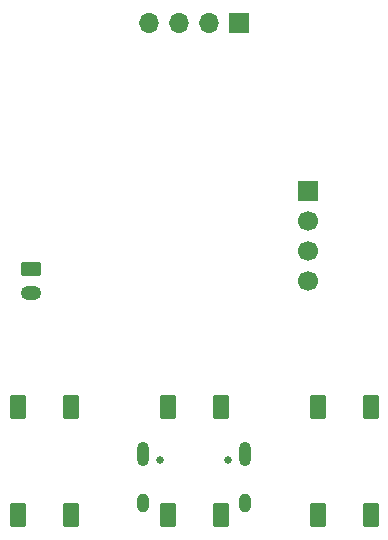
<source format=gbr>
%TF.GenerationSoftware,KiCad,Pcbnew,9.0.3*%
%TF.CreationDate,2025-07-16T11:43:19+02:00*%
%TF.ProjectId,ElbAltm1,456c6241-6c74-46d3-912e-6b696361645f,1.0*%
%TF.SameCoordinates,Original*%
%TF.FileFunction,Soldermask,Bot*%
%TF.FilePolarity,Negative*%
%FSLAX46Y46*%
G04 Gerber Fmt 4.6, Leading zero omitted, Abs format (unit mm)*
G04 Created by KiCad (PCBNEW 9.0.3) date 2025-07-16 11:43:19*
%MOMM*%
%LPD*%
G01*
G04 APERTURE LIST*
G04 Aperture macros list*
%AMRoundRect*
0 Rectangle with rounded corners*
0 $1 Rounding radius*
0 $2 $3 $4 $5 $6 $7 $8 $9 X,Y pos of 4 corners*
0 Add a 4 corners polygon primitive as box body*
4,1,4,$2,$3,$4,$5,$6,$7,$8,$9,$2,$3,0*
0 Add four circle primitives for the rounded corners*
1,1,$1+$1,$2,$3*
1,1,$1+$1,$4,$5*
1,1,$1+$1,$6,$7*
1,1,$1+$1,$8,$9*
0 Add four rect primitives between the rounded corners*
20,1,$1+$1,$2,$3,$4,$5,0*
20,1,$1+$1,$4,$5,$6,$7,0*
20,1,$1+$1,$6,$7,$8,$9,0*
20,1,$1+$1,$8,$9,$2,$3,0*%
G04 Aperture macros list end*
%ADD10R,1.700000X1.700000*%
%ADD11C,1.700000*%
%ADD12C,0.650000*%
%ADD13O,1.000000X2.100000*%
%ADD14O,1.000000X1.600000*%
%ADD15RoundRect,0.250000X-0.625000X0.350000X-0.625000X-0.350000X0.625000X-0.350000X0.625000X0.350000X0*%
%ADD16O,1.750000X1.200000*%
%ADD17RoundRect,0.250000X0.450000X-0.800000X0.450000X0.800000X-0.450000X0.800000X-0.450000X-0.800000X0*%
%ADD18O,1.700000X1.700000*%
G04 APERTURE END LIST*
D10*
%TO.C,J2*%
X159512000Y-93980000D03*
D11*
X159512000Y-96520000D03*
X159512000Y-99060000D03*
X159512000Y-101600000D03*
%TD*%
D12*
%TO.C,J1*%
X146970000Y-116780000D03*
X152750000Y-116780000D03*
D13*
X145540000Y-116250000D03*
D14*
X145540000Y-120430000D03*
D13*
X154180000Y-116250000D03*
D14*
X154180000Y-120430000D03*
%TD*%
D15*
%TO.C,BT1*%
X136054000Y-100600000D03*
D16*
X136054000Y-102600000D03*
%TD*%
D17*
%TO.C,SW2*%
X152110000Y-121390000D03*
X152110000Y-112290000D03*
X147610000Y-121390000D03*
X147610000Y-112290000D03*
%TD*%
D10*
%TO.C,U2*%
X153670000Y-79756000D03*
D18*
X151130000Y-79756000D03*
X148590000Y-79756000D03*
X146050000Y-79756000D03*
%TD*%
D17*
%TO.C,SW3*%
X139410000Y-121390000D03*
X139410000Y-112290000D03*
X134910000Y-121390000D03*
X134910000Y-112290000D03*
%TD*%
%TO.C,SW1*%
X164810000Y-121390000D03*
X164810000Y-112290000D03*
X160310000Y-121390000D03*
X160310000Y-112290000D03*
%TD*%
M02*

</source>
